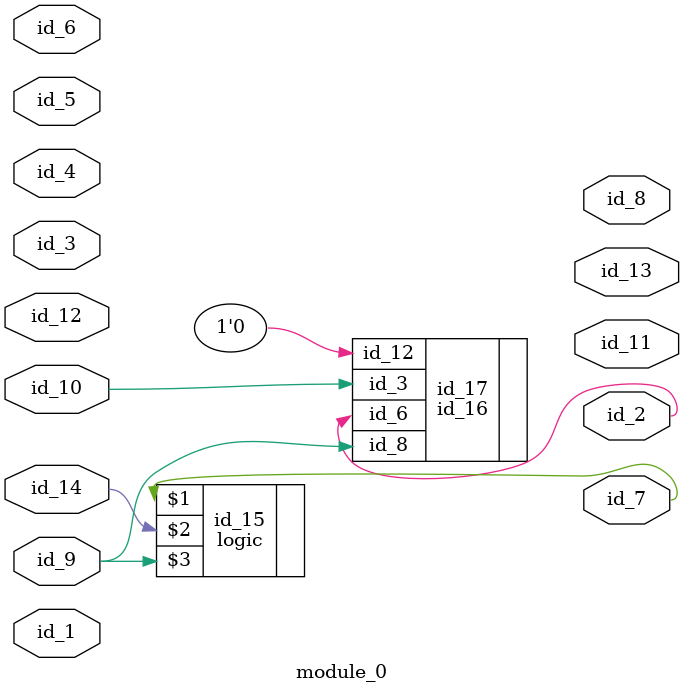
<source format=v>
module module_0 (
    id_1,
    id_2,
    id_3,
    id_4,
    id_5,
    id_6,
    id_7,
    id_8,
    id_9,
    id_10,
    id_11,
    id_12,
    id_13,
    id_14
);
  input id_14;
  output id_13;
  input id_12;
  output id_11;
  input id_10;
  input id_9;
  output id_8;
  output id_7;
  input id_6;
  input id_5;
  input id_4;
  input id_3;
  output id_2;
  input id_1;
  logic id_15 (
      id_7,
      id_14,
      id_9
  );
  id_16 id_17 (
      .id_12(1'b0),
      .id_8 (id_5),
      .id_8 (id_9),
      .id_3 (id_10),
      .id_6 (id_2)
  );
endmodule

</source>
